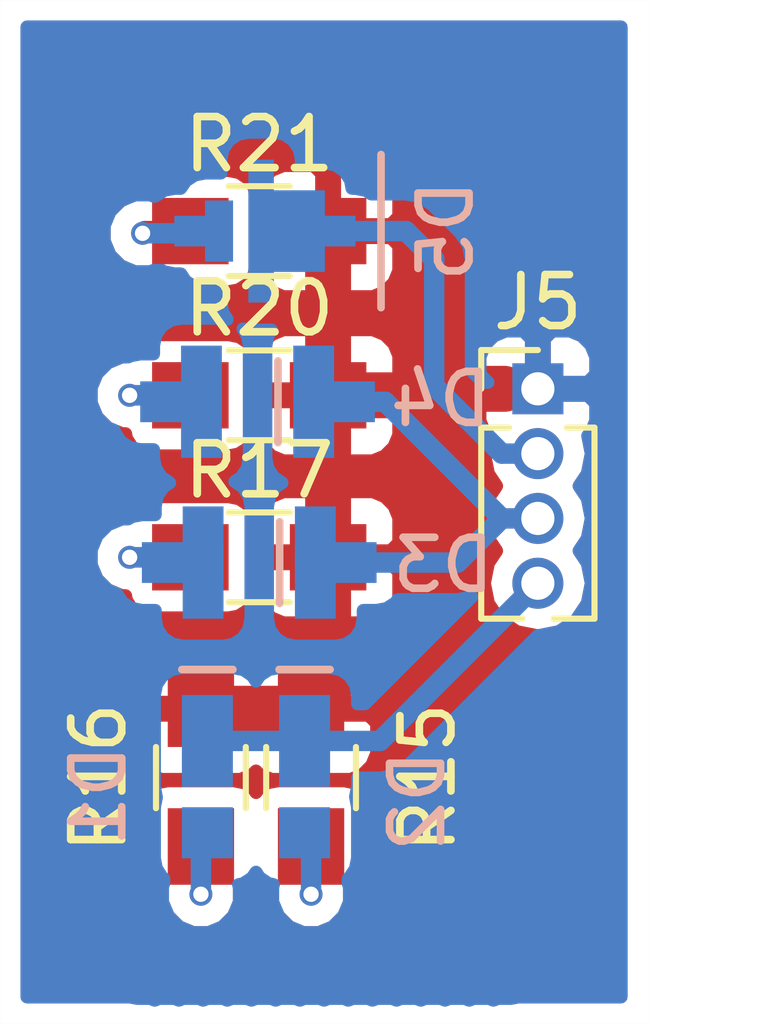
<source format=kicad_pcb>
(kicad_pcb (version 4) (host pcbnew 4.0.7-e2-6376~58~ubuntu16.04.1)

  (general
    (links 157)
    (no_connects 27)
    (area 89.546999 86.140179 185.410001 129.992299)
    (thickness 1.6)
    (drawings 6)
    (tracks 43)
    (zones 0)
    (modules 11)
    (nets 10)
  )

  (page A4)
  (layers
    (0 F.Cu signal)
    (31 B.Cu signal)
    (32 B.Adhes user)
    (33 F.Adhes user)
    (34 B.Paste user)
    (35 F.Paste user)
    (36 B.SilkS user)
    (37 F.SilkS user)
    (38 B.Mask user)
    (39 F.Mask user)
    (40 Dwgs.User user)
    (41 Cmts.User user)
    (42 Eco1.User user)
    (43 Eco2.User user)
    (44 Edge.Cuts user)
    (45 Margin user)
    (46 B.CrtYd user)
    (47 F.CrtYd user)
    (48 B.Fab user)
    (49 F.Fab user)
  )

  (setup
    (last_trace_width 0.4)
    (trace_clearance 0.25)
    (zone_clearance 0.4)
    (zone_45_only no)
    (trace_min 0.2)
    (segment_width 0.2)
    (edge_width 0.001)
    (via_size 0.45)
    (via_drill 0.3)
    (via_min_size 0.45)
    (via_min_drill 0.3)
    (uvia_size 0.45)
    (uvia_drill 0.3)
    (uvias_allowed no)
    (uvia_min_size 0.45)
    (uvia_min_drill 0.3)
    (pcb_text_width 0.3)
    (pcb_text_size 1.5 1.5)
    (mod_edge_width 0.15)
    (mod_text_size 1 1)
    (mod_text_width 0.15)
    (pad_size 3 3)
    (pad_drill 2.75)
    (pad_to_mask_clearance 0.2)
    (aux_axis_origin 80.391 137.922)
    (grid_origin 89.781 127.48068)
    (visible_elements FFFFFF7F)
    (pcbplotparams
      (layerselection 0x010fc_80000001)
      (usegerberextensions false)
      (excludeedgelayer true)
      (linewidth 0.100000)
      (plotframeref true)
      (viasonmask false)
      (mode 1)
      (useauxorigin false)
      (hpglpennumber 1)
      (hpglpenspeed 20)
      (hpglpendiameter 15)
      (hpglpenoverlay 2)
      (psnegative false)
      (psa4output false)
      (plotreference true)
      (plotvalue false)
      (plotinvisibletext false)
      (padsonsilk false)
      (subtractmaskfromsilk false)
      (outputformat 1)
      (mirror false)
      (drillshape 0)
      (scaleselection 1)
      (outputdirectory production))
  )

  (net 0 "")
  (net 1 +5V)
  (net 2 "Net-(D1-Pad2)")
  (net 3 "Net-(D3-Pad2)")
  (net 4 "Net-(D5-Pad2)")
  (net 5 /LED1)
  (net 6 "Net-(D2-Pad2)")
  (net 7 /LED2)
  (net 8 "Net-(D4-Pad2)")
  (net 9 /LED3)

  (net_class Default "Dies ist die voreingestellte Netzklasse."
    (clearance 0.25)
    (trace_width 0.4)
    (via_dia 0.45)
    (via_drill 0.3)
    (uvia_dia 0.45)
    (uvia_drill 0.3)
    (add_net /LED1)
    (add_net /LED1_PWM)
    (add_net /LED2)
    (add_net /LED2_PWM)
    (add_net /LED3)
    (add_net /LED3_PWM)
    (add_net /SENSOR_CLK)
    (add_net /SENSOR_START)
    (add_net /SENSOR_TRIG)
    (add_net /SENSOR_VIDEO)
    (add_net /USB_DM)
    (add_net /USB_DP)
    (add_net "Net-(D1-Pad2)")
    (add_net "Net-(D2-Pad2)")
    (add_net "Net-(D3-Pad2)")
    (add_net "Net-(D4-Pad2)")
    (add_net "Net-(D5-Pad2)")
    (add_net "Net-(J3-Pad4)")
    (add_net "Net-(Q1-Pad2)")
    (add_net "Net-(Q1-Pad4)")
    (add_net "Net-(Q2-Pad2)")
    (add_net "Net-(Q2-Pad3)")
    (add_net "Net-(Q2-Pad4)")
    (add_net "Net-(Q2-Pad5)")
    (add_net "Net-(Q2-Pad6)")
    (add_net "Net-(R10-Pad2)")
    (add_net "Net-(R11-Pad2)")
    (add_net "Net-(R3-Pad2)")
    (add_net "Net-(R5-Pad1)")
    (add_net "Net-(R5-Pad2)")
    (add_net "Net-(R7-Pad2)")
    (add_net "Net-(R8-Pad1)")
    (add_net "Net-(R8-Pad2)")
    (add_net "Net-(U1-Pad2)")
    (add_net "Net-(U3-Pad1)")
    (add_net "Net-(U3-Pad10)")
    (add_net "Net-(U3-Pad11)")
    (add_net "Net-(U3-Pad12)")
    (add_net "Net-(U3-Pad14)")
    (add_net "Net-(U3-Pad15)")
    (add_net "Net-(U3-Pad16)")
    (add_net "Net-(U3-Pad17)")
    (add_net "Net-(U3-Pad18)")
    (add_net "Net-(U3-Pad19)")
    (add_net "Net-(U3-Pad2)")
    (add_net "Net-(U3-Pad22)")
    (add_net "Net-(U3-Pad28)")
    (add_net "Net-(U3-Pad30)")
    (add_net "Net-(U3-Pad4)")
    (add_net "Net-(U3-Pad6)")
    (add_net "Net-(U3-Pad9)")
    (add_net "Net-(U4-Pad10)")
    (add_net "Net-(U4-Pad11)")
    (add_net "Net-(U4-Pad12)")
    (add_net "Net-(U4-Pad13)")
    (add_net "Net-(U4-Pad3)")
    (add_net "Net-(U4-Pad4)")
  )

  (net_class PWR ""
    (clearance 0.25)
    (trace_width 0.9)
    (via_dia 1)
    (via_drill 0.6)
    (uvia_dia 0.45)
    (uvia_drill 0.3)
    (add_net +5V)
    (add_net GND)
    (add_net VDD)
  )

  (net_class Small ""
    (clearance 0.25)
    (trace_width 0.3)
    (via_dia 0.45)
    (via_drill 0.3)
    (uvia_dia 0.45)
    (uvia_drill 0.3)
    (add_net /SCL)
    (add_net /SDA)
    (add_net /VIDEO_OUT)
    (add_net "Net-(C6-Pad1)")
    (add_net "Net-(C6-Pad2)")
    (add_net "Net-(R2-Pad2)")
  )

  (module gw-jclps2:GW-JCLPS2.CM (layer B.Cu) (tedit 5B004C13) (tstamp 5B16EE46)
    (at 93.845 101.76168 270)
    (path /5B15E5D0)
    (fp_text reference D1 (at -0.0254 2.1336 270) (layer B.SilkS)
      (effects (font (size 1 1) (thickness 0.15)) (justify mirror))
    )
    (fp_text value LED (at 0 2.54 270) (layer B.Fab)
      (effects (font (size 1 1) (thickness 0.15)) (justify mirror))
    )
    (fp_line (start -2.5 0.5) (end -2.5 -0.5) (layer B.SilkS) (width 0.15))
    (pad 1 smd rect (at -1.1 0 270) (size 1.8 1) (layers B.Cu B.Paste B.Mask)
      (net 5 /LED1))
    (pad 2 smd rect (at 0.7 0 270) (size 1 1) (layers B.Cu B.Paste B.Mask)
      (net 2 "Net-(D1-Pad2)"))
  )

  (module gw-jclps2:GW-JCLPS2.CM (layer B.Cu) (tedit 5B004C13) (tstamp 5B16EE4C)
    (at 95.75 101.76168 270)
    (path /5B15E6A3)
    (fp_text reference D2 (at 0.0762 -2.2098 270) (layer B.SilkS)
      (effects (font (size 1 1) (thickness 0.15)) (justify mirror))
    )
    (fp_text value LED (at 0 2.54 270) (layer B.Fab)
      (effects (font (size 1 1) (thickness 0.15)) (justify mirror))
    )
    (fp_line (start -2.5 0.5) (end -2.5 -0.5) (layer B.SilkS) (width 0.15))
    (pad 1 smd rect (at -1.1 0 270) (size 1.8 1) (layers B.Cu B.Paste B.Mask)
      (net 5 /LED1))
    (pad 2 smd rect (at 0.7 0 270) (size 1 1) (layers B.Cu B.Paste B.Mask)
      (net 6 "Net-(D2-Pad2)"))
  )

  (module sfh4776:SFH4776_footprint (layer B.Cu) (tedit 5ADE1E1C) (tstamp 5B16EE61)
    (at 95.148214 90.669572 90)
    (path /5B15E84C)
    (fp_text reference D5 (at 0.007692 3.370386 90) (layer B.SilkS)
      (effects (font (size 1 1) (thickness 0.15)) (justify mirror))
    )
    (fp_text value LED (at -6.35 0 90) (layer B.Fab)
      (effects (font (size 1 1) (thickness 0.15)) (justify mirror))
    )
    (fp_line (start 1.5 2.1) (end -1.5 2.1) (layer B.SilkS) (width 0.15))
    (pad 1 smd rect (at 0 1.25 90) (size 0.6 0.7) (layers B.Cu B.Paste B.Mask)
      (net 9 /LED3))
    (pad 1 smd rect (at 0 0.45 90) (size 1.6 1.1) (layers B.Cu B.Paste B.Mask)
      (net 9 /LED3))
    (pad 1 smd rect (at 0 -0.25 90) (size 2.8 0.5) (layers B.Cu B.Paste B.Mask)
      (net 9 /LED3))
    (pad 2 smd rect (at 0 -1.075 90) (size 1.2 0.55) (layers B.Cu B.Paste B.Mask)
      (net 4 "Net-(D5-Pad2)"))
    (pad 2 smd rect (at 0 -1.6 90) (size 0.6 0.7) (layers B.Cu B.Paste B.Mask)
      (net 4 "Net-(D5-Pad2)"))
  )

  (module Resistors_SMD:R_0805_HandSoldering (layer F.Cu) (tedit 58E0A804) (tstamp 5B17FDC7)
    (at 95.877 101.38068 90)
    (descr "Resistor SMD 0805, hand soldering")
    (tags "resistor 0805")
    (path /5B19D6FF)
    (attr smd)
    (fp_text reference R15 (at 0 2.286 90) (layer F.SilkS)
      (effects (font (size 1 1) (thickness 0.15)))
    )
    (fp_text value R (at 0 1.75 90) (layer F.Fab)
      (effects (font (size 1 1) (thickness 0.15)))
    )
    (fp_text user %R (at 0 0 90) (layer F.Fab)
      (effects (font (size 0.5 0.5) (thickness 0.075)))
    )
    (fp_line (start -1 0.62) (end -1 -0.62) (layer F.Fab) (width 0.1))
    (fp_line (start 1 0.62) (end -1 0.62) (layer F.Fab) (width 0.1))
    (fp_line (start 1 -0.62) (end 1 0.62) (layer F.Fab) (width 0.1))
    (fp_line (start -1 -0.62) (end 1 -0.62) (layer F.Fab) (width 0.1))
    (fp_line (start 0.6 0.88) (end -0.6 0.88) (layer F.SilkS) (width 0.12))
    (fp_line (start -0.6 -0.88) (end 0.6 -0.88) (layer F.SilkS) (width 0.12))
    (fp_line (start -2.35 -0.9) (end 2.35 -0.9) (layer F.CrtYd) (width 0.05))
    (fp_line (start -2.35 -0.9) (end -2.35 0.9) (layer F.CrtYd) (width 0.05))
    (fp_line (start 2.35 0.9) (end 2.35 -0.9) (layer F.CrtYd) (width 0.05))
    (fp_line (start 2.35 0.9) (end -2.35 0.9) (layer F.CrtYd) (width 0.05))
    (pad 1 smd rect (at -1.35 0 90) (size 1.5 1.3) (layers F.Cu F.Paste F.Mask)
      (net 6 "Net-(D2-Pad2)"))
    (pad 2 smd rect (at 1.35 0 90) (size 1.5 1.3) (layers F.Cu F.Paste F.Mask)
      (net 1 +5V))
    (model ${KISYS3DMOD}/Resistors_SMD.3dshapes/R_0805.wrl
      (at (xyz 0 0 0))
      (scale (xyz 1 1 1))
      (rotate (xyz 0 0 0))
    )
  )

  (module Resistors_SMD:R_0805_HandSoldering (layer F.Cu) (tedit 58E0A804) (tstamp 5B17FDD8)
    (at 93.718 101.38068 90)
    (descr "Resistor SMD 0805, hand soldering")
    (tags "resistor 0805")
    (path /5B17E95E)
    (attr smd)
    (fp_text reference R16 (at 0 -2.0066 90) (layer F.SilkS)
      (effects (font (size 1 1) (thickness 0.15)))
    )
    (fp_text value R (at 0 1.75 90) (layer F.Fab)
      (effects (font (size 1 1) (thickness 0.15)))
    )
    (fp_text user %R (at 0 0 90) (layer F.Fab)
      (effects (font (size 0.5 0.5) (thickness 0.075)))
    )
    (fp_line (start -1 0.62) (end -1 -0.62) (layer F.Fab) (width 0.1))
    (fp_line (start 1 0.62) (end -1 0.62) (layer F.Fab) (width 0.1))
    (fp_line (start 1 -0.62) (end 1 0.62) (layer F.Fab) (width 0.1))
    (fp_line (start -1 -0.62) (end 1 -0.62) (layer F.Fab) (width 0.1))
    (fp_line (start 0.6 0.88) (end -0.6 0.88) (layer F.SilkS) (width 0.12))
    (fp_line (start -0.6 -0.88) (end 0.6 -0.88) (layer F.SilkS) (width 0.12))
    (fp_line (start -2.35 -0.9) (end 2.35 -0.9) (layer F.CrtYd) (width 0.05))
    (fp_line (start -2.35 -0.9) (end -2.35 0.9) (layer F.CrtYd) (width 0.05))
    (fp_line (start 2.35 0.9) (end 2.35 -0.9) (layer F.CrtYd) (width 0.05))
    (fp_line (start 2.35 0.9) (end -2.35 0.9) (layer F.CrtYd) (width 0.05))
    (pad 1 smd rect (at -1.35 0 90) (size 1.5 1.3) (layers F.Cu F.Paste F.Mask)
      (net 2 "Net-(D1-Pad2)"))
    (pad 2 smd rect (at 1.35 0 90) (size 1.5 1.3) (layers F.Cu F.Paste F.Mask)
      (net 1 +5V))
    (model ${KISYS3DMOD}/Resistors_SMD.3dshapes/R_0805.wrl
      (at (xyz 0 0 0))
      (scale (xyz 1 1 1))
      (rotate (xyz 0 0 0))
    )
  )

  (module Resistors_SMD:R_0805_HandSoldering (layer F.Cu) (tedit 58E0A804) (tstamp 5B17FDE9)
    (at 94.861 97.06268)
    (descr "Resistor SMD 0805, hand soldering")
    (tags "resistor 0805")
    (path /5B19D7C1)
    (attr smd)
    (fp_text reference R17 (at 0 -1.7) (layer F.SilkS)
      (effects (font (size 1 1) (thickness 0.15)))
    )
    (fp_text value R (at 0 1.75) (layer F.Fab)
      (effects (font (size 1 1) (thickness 0.15)))
    )
    (fp_text user %R (at 0 0) (layer F.Fab)
      (effects (font (size 0.5 0.5) (thickness 0.075)))
    )
    (fp_line (start -1 0.62) (end -1 -0.62) (layer F.Fab) (width 0.1))
    (fp_line (start 1 0.62) (end -1 0.62) (layer F.Fab) (width 0.1))
    (fp_line (start 1 -0.62) (end 1 0.62) (layer F.Fab) (width 0.1))
    (fp_line (start -1 -0.62) (end 1 -0.62) (layer F.Fab) (width 0.1))
    (fp_line (start 0.6 0.88) (end -0.6 0.88) (layer F.SilkS) (width 0.12))
    (fp_line (start -0.6 -0.88) (end 0.6 -0.88) (layer F.SilkS) (width 0.12))
    (fp_line (start -2.35 -0.9) (end 2.35 -0.9) (layer F.CrtYd) (width 0.05))
    (fp_line (start -2.35 -0.9) (end -2.35 0.9) (layer F.CrtYd) (width 0.05))
    (fp_line (start 2.35 0.9) (end 2.35 -0.9) (layer F.CrtYd) (width 0.05))
    (fp_line (start 2.35 0.9) (end -2.35 0.9) (layer F.CrtYd) (width 0.05))
    (pad 1 smd rect (at -1.35 0) (size 1.5 1.3) (layers F.Cu F.Paste F.Mask)
      (net 3 "Net-(D3-Pad2)"))
    (pad 2 smd rect (at 1.35 0) (size 1.5 1.3) (layers F.Cu F.Paste F.Mask)
      (net 1 +5V))
    (model ${KISYS3DMOD}/Resistors_SMD.3dshapes/R_0805.wrl
      (at (xyz 0 0 0))
      (scale (xyz 1 1 1))
      (rotate (xyz 0 0 0))
    )
  )

  (module led-ocu-400:LED-OCU-400 (layer B.Cu) (tedit 5B19586E) (tstamp 5B186248)
    (at 94.861 97.16568)
    (path /5B15E715)
    (fp_text reference D3 (at 3.6068 0.0494) (layer B.SilkS)
      (effects (font (size 1 1) (thickness 0.15)) (justify mirror))
    )
    (fp_text value LED (at 0 5.08) (layer B.Fab)
      (effects (font (size 1 1) (thickness 0.15)) (justify mirror))
    )
    (fp_line (start 0.4 0.8) (end 0.4 -0.8) (layer B.SilkS) (width 0.15))
    (pad 1 smd rect (at 1.5 0) (size 1.6 0.8) (layers B.Cu B.Paste B.Mask)
      (net 7 /LED2))
    (pad 1 smd rect (at 1.1 0) (size 0.8 2.2) (layers B.Cu B.Paste B.Mask)
      (net 7 /LED2))
    (pad 2 smd rect (at -1.1 0 180) (size 0.8 2.2) (layers B.Cu B.Paste B.Mask)
      (net 3 "Net-(D3-Pad2)"))
    (pad 2 smd rect (at -1.5 0 180) (size 1.6 0.8) (layers B.Cu B.Paste B.Mask)
      (net 3 "Net-(D3-Pad2)"))
  )

  (module led-ocu-400:LED-OCU-400 (layer B.Cu) (tedit 5B19586E) (tstamp 5B186250)
    (at 94.828501 94.01468)
    (path /5B15E784)
    (fp_text reference D4 (at 3.588499 -0.0508) (layer B.SilkS)
      (effects (font (size 1 1) (thickness 0.15)) (justify mirror))
    )
    (fp_text value LED (at 0 5.08) (layer B.Fab)
      (effects (font (size 1 1) (thickness 0.15)) (justify mirror))
    )
    (fp_line (start 0.4 0.8) (end 0.4 -0.8) (layer B.SilkS) (width 0.15))
    (pad 1 smd rect (at 1.5 0) (size 1.6 0.8) (layers B.Cu B.Paste B.Mask)
      (net 7 /LED2))
    (pad 1 smd rect (at 1.1 0) (size 0.8 2.2) (layers B.Cu B.Paste B.Mask)
      (net 7 /LED2))
    (pad 2 smd rect (at -1.1 0 180) (size 0.8 2.2) (layers B.Cu B.Paste B.Mask)
      (net 8 "Net-(D4-Pad2)"))
    (pad 2 smd rect (at -1.5 0 180) (size 1.6 0.8) (layers B.Cu B.Paste B.Mask)
      (net 8 "Net-(D4-Pad2)"))
  )

  (module Resistors_SMD:R_0805_HandSoldering (layer F.Cu) (tedit 58E0A804) (tstamp 5B19123E)
    (at 94.861 93.88768)
    (descr "Resistor SMD 0805, hand soldering")
    (tags "resistor 0805")
    (path /5B19D884)
    (attr smd)
    (fp_text reference R20 (at 0 -1.7) (layer F.SilkS)
      (effects (font (size 1 1) (thickness 0.15)))
    )
    (fp_text value R (at 0 1.75) (layer F.Fab)
      (effects (font (size 1 1) (thickness 0.15)))
    )
    (fp_text user %R (at 0 0) (layer F.Fab)
      (effects (font (size 0.5 0.5) (thickness 0.075)))
    )
    (fp_line (start -1 0.62) (end -1 -0.62) (layer F.Fab) (width 0.1))
    (fp_line (start 1 0.62) (end -1 0.62) (layer F.Fab) (width 0.1))
    (fp_line (start 1 -0.62) (end 1 0.62) (layer F.Fab) (width 0.1))
    (fp_line (start -1 -0.62) (end 1 -0.62) (layer F.Fab) (width 0.1))
    (fp_line (start 0.6 0.88) (end -0.6 0.88) (layer F.SilkS) (width 0.12))
    (fp_line (start -0.6 -0.88) (end 0.6 -0.88) (layer F.SilkS) (width 0.12))
    (fp_line (start -2.35 -0.9) (end 2.35 -0.9) (layer F.CrtYd) (width 0.05))
    (fp_line (start -2.35 -0.9) (end -2.35 0.9) (layer F.CrtYd) (width 0.05))
    (fp_line (start 2.35 0.9) (end 2.35 -0.9) (layer F.CrtYd) (width 0.05))
    (fp_line (start 2.35 0.9) (end -2.35 0.9) (layer F.CrtYd) (width 0.05))
    (pad 1 smd rect (at -1.35 0) (size 1.5 1.3) (layers F.Cu F.Paste F.Mask)
      (net 8 "Net-(D4-Pad2)"))
    (pad 2 smd rect (at 1.35 0) (size 1.5 1.3) (layers F.Cu F.Paste F.Mask)
      (net 1 +5V))
    (model ${KISYS3DMOD}/Resistors_SMD.3dshapes/R_0805.wrl
      (at (xyz 0 0 0))
      (scale (xyz 1 1 1))
      (rotate (xyz 0 0 0))
    )
  )

  (module Resistors_SMD:R_0805_HandSoldering (layer F.Cu) (tedit 58E0A804) (tstamp 5B191244)
    (at 94.861 90.669572)
    (descr "Resistor SMD 0805, hand soldering")
    (tags "resistor 0805")
    (path /5B19D948)
    (attr smd)
    (fp_text reference R21 (at 0 -1.7) (layer F.SilkS)
      (effects (font (size 1 1) (thickness 0.15)))
    )
    (fp_text value R (at 0 1.75) (layer F.Fab)
      (effects (font (size 1 1) (thickness 0.15)))
    )
    (fp_text user %R (at 0 0) (layer F.Fab)
      (effects (font (size 0.5 0.5) (thickness 0.075)))
    )
    (fp_line (start -1 0.62) (end -1 -0.62) (layer F.Fab) (width 0.1))
    (fp_line (start 1 0.62) (end -1 0.62) (layer F.Fab) (width 0.1))
    (fp_line (start 1 -0.62) (end 1 0.62) (layer F.Fab) (width 0.1))
    (fp_line (start -1 -0.62) (end 1 -0.62) (layer F.Fab) (width 0.1))
    (fp_line (start 0.6 0.88) (end -0.6 0.88) (layer F.SilkS) (width 0.12))
    (fp_line (start -0.6 -0.88) (end 0.6 -0.88) (layer F.SilkS) (width 0.12))
    (fp_line (start -2.35 -0.9) (end 2.35 -0.9) (layer F.CrtYd) (width 0.05))
    (fp_line (start -2.35 -0.9) (end -2.35 0.9) (layer F.CrtYd) (width 0.05))
    (fp_line (start 2.35 0.9) (end 2.35 -0.9) (layer F.CrtYd) (width 0.05))
    (fp_line (start 2.35 0.9) (end -2.35 0.9) (layer F.CrtYd) (width 0.05))
    (pad 1 smd rect (at -1.35 0) (size 1.5 1.3) (layers F.Cu F.Paste F.Mask)
      (net 4 "Net-(D5-Pad2)"))
    (pad 2 smd rect (at 1.35 0) (size 1.5 1.3) (layers F.Cu F.Paste F.Mask)
      (net 1 +5V))
    (model ${KISYS3DMOD}/Resistors_SMD.3dshapes/R_0805.wrl
      (at (xyz 0 0 0))
      (scale (xyz 1 1 1))
      (rotate (xyz 0 0 0))
    )
  )

  (module Pin_Headers:Pin_Header_Straight_1x04_Pitch1.27mm (layer F.Cu) (tedit 59650535) (tstamp 5B191362)
    (at 100.322 93.76068)
    (descr "Through hole straight pin header, 1x04, 1.27mm pitch, single row")
    (tags "Through hole pin header THT 1x04 1.27mm single row")
    (path /5B19ABD0)
    (fp_text reference J5 (at 0 -1.695) (layer F.SilkS)
      (effects (font (size 1 1) (thickness 0.15)))
    )
    (fp_text value Conn_01x04 (at 0 5.505) (layer F.Fab)
      (effects (font (size 1 1) (thickness 0.15)))
    )
    (fp_line (start -0.525 -0.635) (end 1.05 -0.635) (layer F.Fab) (width 0.1))
    (fp_line (start 1.05 -0.635) (end 1.05 4.445) (layer F.Fab) (width 0.1))
    (fp_line (start 1.05 4.445) (end -1.05 4.445) (layer F.Fab) (width 0.1))
    (fp_line (start -1.05 4.445) (end -1.05 -0.11) (layer F.Fab) (width 0.1))
    (fp_line (start -1.05 -0.11) (end -0.525 -0.635) (layer F.Fab) (width 0.1))
    (fp_line (start -1.11 4.505) (end -0.30753 4.505) (layer F.SilkS) (width 0.12))
    (fp_line (start 0.30753 4.505) (end 1.11 4.505) (layer F.SilkS) (width 0.12))
    (fp_line (start -1.11 0.76) (end -1.11 4.505) (layer F.SilkS) (width 0.12))
    (fp_line (start 1.11 0.76) (end 1.11 4.505) (layer F.SilkS) (width 0.12))
    (fp_line (start -1.11 0.76) (end -0.563471 0.76) (layer F.SilkS) (width 0.12))
    (fp_line (start 0.563471 0.76) (end 1.11 0.76) (layer F.SilkS) (width 0.12))
    (fp_line (start -1.11 0) (end -1.11 -0.76) (layer F.SilkS) (width 0.12))
    (fp_line (start -1.11 -0.76) (end 0 -0.76) (layer F.SilkS) (width 0.12))
    (fp_line (start -1.55 -1.15) (end -1.55 4.95) (layer F.CrtYd) (width 0.05))
    (fp_line (start -1.55 4.95) (end 1.55 4.95) (layer F.CrtYd) (width 0.05))
    (fp_line (start 1.55 4.95) (end 1.55 -1.15) (layer F.CrtYd) (width 0.05))
    (fp_line (start 1.55 -1.15) (end -1.55 -1.15) (layer F.CrtYd) (width 0.05))
    (fp_text user %R (at 0 1.905 90) (layer F.Fab)
      (effects (font (size 1 1) (thickness 0.15)))
    )
    (pad 1 thru_hole rect (at 0 0) (size 1 1) (drill 0.65) (layers *.Cu *.Mask)
      (net 1 +5V))
    (pad 2 thru_hole oval (at 0 1.27) (size 1 1) (drill 0.65) (layers *.Cu *.Mask)
      (net 9 /LED3))
    (pad 3 thru_hole oval (at 0 2.54) (size 1 1) (drill 0.65) (layers *.Cu *.Mask)
      (net 7 /LED2))
    (pad 4 thru_hole oval (at 0 3.81) (size 1 1) (drill 0.65) (layers *.Cu *.Mask)
      (net 5 /LED1))
    (model ${KISYS3DMOD}/Pin_Headers.3dshapes/Pin_Header_Straight_1x04_Pitch1.27mm.wrl
      (at (xyz 0 0 0))
      (scale (xyz 1 1 1))
      (rotate (xyz 0 0 0))
    )
  )

  (gr_line (start 99.941 106.20668) (end 92.321 106.20668) (layer Edge.Cuts) (width 0.001))
  (gr_line (start 89.781 106.20668) (end 92.321 106.20668) (layer Edge.Cuts) (width 0.001))
  (gr_line (start 102.481 106.20668) (end 99.941 106.20668) (layer Edge.Cuts) (width 0.001))
  (gr_line (start 102.481 86.14068) (end 102.481 106.20668) (layer Edge.Cuts) (width 0.001))
  (gr_line (start 89.781 86.14068) (end 102.481 86.14068) (layer Edge.Cuts) (width 0.001))
  (gr_line (start 89.781 106.20668) (end 89.781 86.14068) (layer Edge.Cuts) (width 0.001))

  (segment (start 100.322 93.76068) (end 99.667998 93.76068) (width 0.8) (layer F.Cu) (net 1))
  (segment (start 96.211 93.88768) (end 97.861 93.88768) (width 0.9) (layer F.Cu) (net 1))
  (segment (start 97.861 93.88768) (end 97.988 93.76068) (width 0.9) (layer F.Cu) (net 1))
  (segment (start 97.988 93.76068) (end 99.667998 93.76068) (width 0.9) (layer F.Cu) (net 1))
  (segment (start 95.877 100.03068) (end 93.718 100.03068) (width 0.9) (layer F.Cu) (net 1))
  (segment (start 96.211 97.06268) (end 96.211 99.69668) (width 0.9) (layer F.Cu) (net 1))
  (segment (start 96.211 99.69668) (end 95.877 100.03068) (width 0.9) (layer F.Cu) (net 1))
  (segment (start 96.211 93.88768) (end 96.211 97.06268) (width 0.9) (layer F.Cu) (net 1))
  (segment (start 96.211 90.669572) (end 96.211 93.88768) (width 0.9) (layer F.Cu) (net 1))
  (segment (start 93.718 103.66668) (end 93.718 102.58868) (width 0.4) (layer B.Cu) (net 2))
  (segment (start 93.718 102.58868) (end 93.845 102.46168) (width 0.4) (layer B.Cu) (net 2))
  (segment (start 93.718 102.73068) (end 93.718 103.66668) (width 0.4) (layer F.Cu) (net 2))
  (via (at 93.718 103.66668) (size 0.45) (drill 0.3) (layers F.Cu B.Cu) (net 2))
  (segment (start 92.321 97.06268) (end 93.258 97.06268) (width 0.4) (layer B.Cu) (net 3))
  (segment (start 93.258 97.06268) (end 93.361 97.16568) (width 0.4) (layer B.Cu) (net 3))
  (segment (start 93.511 97.06268) (end 92.321 97.06268) (width 0.4) (layer F.Cu) (net 3))
  (via (at 92.321 97.06268) (size 0.45) (drill 0.3) (layers F.Cu B.Cu) (net 3))
  (segment (start 92.575 90.71268) (end 94.030106 90.71268) (width 0.4) (layer B.Cu) (net 4))
  (segment (start 94.030106 90.71268) (end 94.073214 90.669572) (width 0.4) (layer B.Cu) (net 4))
  (segment (start 93.511 90.669572) (end 92.618108 90.669572) (width 0.4) (layer F.Cu) (net 4))
  (segment (start 92.618108 90.669572) (end 92.575 90.71268) (width 0.4) (layer F.Cu) (net 4))
  (via (at 92.575 90.71268) (size 0.45) (drill 0.3) (layers F.Cu B.Cu) (net 4))
  (segment (start 95.75 100.66168) (end 93.845 100.66168) (width 0.4) (layer B.Cu) (net 5))
  (segment (start 100.322 97.57068) (end 97.231 100.66168) (width 0.4) (layer B.Cu) (net 5))
  (segment (start 97.231 100.66168) (end 95.75 100.66168) (width 0.4) (layer B.Cu) (net 5))
  (segment (start 95.877 103.66668) (end 95.877 102.58868) (width 0.4) (layer B.Cu) (net 6))
  (segment (start 95.877 102.58868) (end 95.75 102.46168) (width 0.4) (layer B.Cu) (net 6))
  (segment (start 95.877 102.73068) (end 95.877 103.66668) (width 0.4) (layer F.Cu) (net 6))
  (via (at 95.877 103.66668) (size 0.45) (drill 0.3) (layers F.Cu B.Cu) (net 6))
  (segment (start 99.614894 96.30068) (end 98.749894 97.16568) (width 0.4) (layer B.Cu) (net 7))
  (segment (start 98.749894 97.16568) (end 95.961 97.16568) (width 0.4) (layer B.Cu) (net 7))
  (segment (start 97.328894 94.01468) (end 95.928501 94.01468) (width 0.4) (layer B.Cu) (net 7))
  (segment (start 100.322 96.30068) (end 99.614894 96.30068) (width 0.4) (layer B.Cu) (net 7))
  (segment (start 99.614894 96.30068) (end 97.328894 94.01468) (width 0.4) (layer B.Cu) (net 7))
  (segment (start 92.321 93.88768) (end 93.201501 93.88768) (width 0.4) (layer B.Cu) (net 8))
  (segment (start 93.201501 93.88768) (end 93.328501 94.01468) (width 0.4) (layer B.Cu) (net 8))
  (segment (start 93.511 93.88768) (end 92.321 93.88768) (width 0.4) (layer F.Cu) (net 8))
  (via (at 92.321 93.88768) (size 0.45) (drill 0.3) (layers F.Cu B.Cu) (net 8))
  (segment (start 98.29 91.22068) (end 97.738892 90.669572) (width 0.4) (layer B.Cu) (net 9))
  (segment (start 97.738892 90.669572) (end 94.898214 90.669572) (width 0.4) (layer B.Cu) (net 9))
  (segment (start 98.29 93.705786) (end 98.29 91.22068) (width 0.4) (layer B.Cu) (net 9))
  (segment (start 100.322 95.03068) (end 99.614894 95.03068) (width 0.4) (layer B.Cu) (net 9))
  (segment (start 99.614894 95.03068) (end 98.29 93.705786) (width 0.4) (layer B.Cu) (net 9))

  (zone (net 1) (net_name +5V) (layer F.Cu) (tstamp 0) (hatch edge 0.508)
    (connect_pads (clearance 0.4))
    (min_thickness 0.254)
    (fill yes (arc_segments 16) (thermal_gap 0.508) (thermal_bridge_width 0.508))
    (polygon
      (pts
        (xy 89.781 106.20668) (xy 102.481 106.20668) (xy 102.481 86.14068) (xy 89.781 86.14068)
      )
    )
    (filled_polygon
      (pts
        (xy 101.9535 105.67918) (xy 99.941 105.67918) (xy 99.920891 105.68318) (xy 92.341109 105.68318) (xy 92.321 105.67918)
        (xy 90.3085 105.67918) (xy 90.3085 101.98068) (xy 92.530676 101.98068) (xy 92.530676 103.48068) (xy 92.567423 103.675974)
        (xy 92.682842 103.85534) (xy 92.858951 103.97567) (xy 93.047809 104.013915) (xy 93.080113 104.092098) (xy 93.29147 104.303823)
        (xy 93.567762 104.41855) (xy 93.866926 104.418811) (xy 94.143418 104.304567) (xy 94.355143 104.09321) (xy 94.387928 104.014254)
        (xy 94.563294 103.981257) (xy 94.74266 103.865838) (xy 94.797217 103.785991) (xy 94.841842 103.85534) (xy 95.017951 103.97567)
        (xy 95.206809 104.013915) (xy 95.239113 104.092098) (xy 95.45047 104.303823) (xy 95.726762 104.41855) (xy 96.025926 104.418811)
        (xy 96.302418 104.304567) (xy 96.514143 104.09321) (xy 96.546928 104.014254) (xy 96.722294 103.981257) (xy 96.90166 103.865838)
        (xy 97.02199 103.689729) (xy 97.064324 103.48068) (xy 97.064324 101.98068) (xy 97.027577 101.785386) (xy 96.912158 101.60602)
        (xy 96.736049 101.48569) (xy 96.527 101.443356) (xy 95.227 101.443356) (xy 95.031706 101.480103) (xy 94.85234 101.595522)
        (xy 94.797783 101.675369) (xy 94.753158 101.60602) (xy 94.577049 101.48569) (xy 94.368 101.443356) (xy 93.068 101.443356)
        (xy 92.872706 101.480103) (xy 92.69334 101.595522) (xy 92.57301 101.771631) (xy 92.530676 101.98068) (xy 90.3085 101.98068)
        (xy 90.3085 100.31643) (xy 92.433 100.31643) (xy 92.433 100.906989) (xy 92.529673 101.140378) (xy 92.708301 101.319007)
        (xy 92.94169 101.41568) (xy 93.43225 101.41568) (xy 93.591 101.25693) (xy 93.591 100.15768) (xy 93.845 100.15768)
        (xy 93.845 101.25693) (xy 94.00375 101.41568) (xy 94.49431 101.41568) (xy 94.727699 101.319007) (xy 94.7975 101.249206)
        (xy 94.867301 101.319007) (xy 95.10069 101.41568) (xy 95.59125 101.41568) (xy 95.75 101.25693) (xy 95.75 100.15768)
        (xy 96.004 100.15768) (xy 96.004 101.25693) (xy 96.16275 101.41568) (xy 96.65331 101.41568) (xy 96.886699 101.319007)
        (xy 97.065327 101.140378) (xy 97.162 100.906989) (xy 97.162 100.31643) (xy 97.00325 100.15768) (xy 96.004 100.15768)
        (xy 95.75 100.15768) (xy 93.845 100.15768) (xy 93.591 100.15768) (xy 92.59175 100.15768) (xy 92.433 100.31643)
        (xy 90.3085 100.31643) (xy 90.3085 99.154371) (xy 92.433 99.154371) (xy 92.433 99.74493) (xy 92.59175 99.90368)
        (xy 93.591 99.90368) (xy 93.591 98.80443) (xy 93.845 98.80443) (xy 93.845 99.90368) (xy 95.75 99.90368)
        (xy 95.75 98.80443) (xy 96.004 98.80443) (xy 96.004 99.90368) (xy 97.00325 99.90368) (xy 97.162 99.74493)
        (xy 97.162 99.154371) (xy 97.065327 98.920982) (xy 96.886699 98.742353) (xy 96.65331 98.64568) (xy 96.16275 98.64568)
        (xy 96.004 98.80443) (xy 95.75 98.80443) (xy 95.59125 98.64568) (xy 95.10069 98.64568) (xy 94.867301 98.742353)
        (xy 94.7975 98.812154) (xy 94.727699 98.742353) (xy 94.49431 98.64568) (xy 94.00375 98.64568) (xy 93.845 98.80443)
        (xy 93.591 98.80443) (xy 93.43225 98.64568) (xy 92.94169 98.64568) (xy 92.708301 98.742353) (xy 92.529673 98.920982)
        (xy 92.433 99.154371) (xy 90.3085 99.154371) (xy 90.3085 97.211606) (xy 91.568869 97.211606) (xy 91.683113 97.488098)
        (xy 91.89447 97.699823) (xy 92.170762 97.81455) (xy 92.242856 97.814613) (xy 92.260423 97.907974) (xy 92.375842 98.08734)
        (xy 92.551951 98.20767) (xy 92.761 98.250004) (xy 94.261 98.250004) (xy 94.456294 98.213257) (xy 94.63566 98.097838)
        (xy 94.75599 97.921729) (xy 94.798324 97.71268) (xy 94.798324 97.34843) (xy 94.826 97.34843) (xy 94.826 97.83899)
        (xy 94.922673 98.072379) (xy 95.101302 98.251007) (xy 95.334691 98.34768) (xy 95.92525 98.34768) (xy 96.084 98.18893)
        (xy 96.084 97.18968) (xy 96.338 97.18968) (xy 96.338 98.18893) (xy 96.49675 98.34768) (xy 97.087309 98.34768)
        (xy 97.320698 98.251007) (xy 97.499327 98.072379) (xy 97.596 97.83899) (xy 97.596 97.34843) (xy 97.43725 97.18968)
        (xy 96.338 97.18968) (xy 96.084 97.18968) (xy 94.98475 97.18968) (xy 94.826 97.34843) (xy 94.798324 97.34843)
        (xy 94.798324 96.41268) (xy 94.774558 96.28637) (xy 94.826 96.28637) (xy 94.826 96.77693) (xy 94.98475 96.93568)
        (xy 96.084 96.93568) (xy 96.084 95.93643) (xy 96.338 95.93643) (xy 96.338 96.93568) (xy 97.43725 96.93568)
        (xy 97.596 96.77693) (xy 97.596 96.28637) (xy 97.499327 96.052981) (xy 97.320698 95.874353) (xy 97.087309 95.77768)
        (xy 96.49675 95.77768) (xy 96.338 95.93643) (xy 96.084 95.93643) (xy 95.92525 95.77768) (xy 95.334691 95.77768)
        (xy 95.101302 95.874353) (xy 94.922673 96.052981) (xy 94.826 96.28637) (xy 94.774558 96.28637) (xy 94.761577 96.217386)
        (xy 94.646158 96.03802) (xy 94.470049 95.91769) (xy 94.261 95.875356) (xy 92.761 95.875356) (xy 92.565706 95.912103)
        (xy 92.38634 96.027522) (xy 92.26601 96.203631) (xy 92.244346 96.310612) (xy 92.172074 96.310549) (xy 91.895582 96.424793)
        (xy 91.683857 96.63615) (xy 91.56913 96.912442) (xy 91.568869 97.211606) (xy 90.3085 97.211606) (xy 90.3085 94.036606)
        (xy 91.568869 94.036606) (xy 91.683113 94.313098) (xy 91.89447 94.524823) (xy 92.170762 94.63955) (xy 92.242856 94.639613)
        (xy 92.260423 94.732974) (xy 92.375842 94.91234) (xy 92.551951 95.03267) (xy 92.761 95.075004) (xy 94.261 95.075004)
        (xy 94.456294 95.038257) (xy 94.63566 94.922838) (xy 94.75599 94.746729) (xy 94.798324 94.53768) (xy 94.798324 94.17343)
        (xy 94.826 94.17343) (xy 94.826 94.66399) (xy 94.922673 94.897379) (xy 95.101302 95.076007) (xy 95.334691 95.17268)
        (xy 95.92525 95.17268) (xy 96.084 95.01393) (xy 96.084 94.01468) (xy 96.338 94.01468) (xy 96.338 95.01393)
        (xy 96.49675 95.17268) (xy 97.087309 95.17268) (xy 97.320698 95.076007) (xy 97.499327 94.897379) (xy 97.596 94.66399)
        (xy 97.596 94.17343) (xy 97.469 94.04643) (xy 99.187 94.04643) (xy 99.187 94.38699) (xy 99.283673 94.620379)
        (xy 99.344412 94.681118) (xy 99.27488 95.03068) (xy 99.353056 95.423696) (xy 99.514744 95.66568) (xy 99.353056 95.907664)
        (xy 99.27488 96.30068) (xy 99.353056 96.693696) (xy 99.514744 96.93568) (xy 99.353056 97.177664) (xy 99.27488 97.57068)
        (xy 99.353056 97.963696) (xy 99.575681 98.296879) (xy 99.908864 98.519504) (xy 100.30188 98.59768) (xy 100.34212 98.59768)
        (xy 100.735136 98.519504) (xy 101.068319 98.296879) (xy 101.290944 97.963696) (xy 101.36912 97.57068) (xy 101.290944 97.177664)
        (xy 101.129256 96.93568) (xy 101.290944 96.693696) (xy 101.36912 96.30068) (xy 101.290944 95.907664) (xy 101.129256 95.66568)
        (xy 101.290944 95.423696) (xy 101.36912 95.03068) (xy 101.299588 94.681118) (xy 101.360327 94.620379) (xy 101.457 94.38699)
        (xy 101.457 94.04643) (xy 101.29825 93.88768) (xy 100.449 93.88768) (xy 100.449 93.90768) (xy 100.195 93.90768)
        (xy 100.195 93.88768) (xy 99.34575 93.88768) (xy 99.187 94.04643) (xy 97.469 94.04643) (xy 97.43725 94.01468)
        (xy 96.338 94.01468) (xy 96.084 94.01468) (xy 94.98475 94.01468) (xy 94.826 94.17343) (xy 94.798324 94.17343)
        (xy 94.798324 93.23768) (xy 94.774558 93.11137) (xy 94.826 93.11137) (xy 94.826 93.60193) (xy 94.98475 93.76068)
        (xy 96.084 93.76068) (xy 96.084 92.76143) (xy 96.338 92.76143) (xy 96.338 93.76068) (xy 97.43725 93.76068)
        (xy 97.596 93.60193) (xy 97.596 93.13437) (xy 99.187 93.13437) (xy 99.187 93.47493) (xy 99.34575 93.63368)
        (xy 100.195 93.63368) (xy 100.195 92.78443) (xy 100.449 92.78443) (xy 100.449 93.63368) (xy 101.29825 93.63368)
        (xy 101.457 93.47493) (xy 101.457 93.13437) (xy 101.360327 92.900981) (xy 101.181698 92.722353) (xy 100.948309 92.62568)
        (xy 100.60775 92.62568) (xy 100.449 92.78443) (xy 100.195 92.78443) (xy 100.03625 92.62568) (xy 99.695691 92.62568)
        (xy 99.462302 92.722353) (xy 99.283673 92.900981) (xy 99.187 93.13437) (xy 97.596 93.13437) (xy 97.596 93.11137)
        (xy 97.499327 92.877981) (xy 97.320698 92.699353) (xy 97.087309 92.60268) (xy 96.49675 92.60268) (xy 96.338 92.76143)
        (xy 96.084 92.76143) (xy 95.92525 92.60268) (xy 95.334691 92.60268) (xy 95.101302 92.699353) (xy 94.922673 92.877981)
        (xy 94.826 93.11137) (xy 94.774558 93.11137) (xy 94.761577 93.042386) (xy 94.646158 92.86302) (xy 94.470049 92.74269)
        (xy 94.261 92.700356) (xy 92.761 92.700356) (xy 92.565706 92.737103) (xy 92.38634 92.852522) (xy 92.26601 93.028631)
        (xy 92.244346 93.135612) (xy 92.172074 93.135549) (xy 91.895582 93.249793) (xy 91.683857 93.46115) (xy 91.56913 93.737442)
        (xy 91.568869 94.036606) (xy 90.3085 94.036606) (xy 90.3085 90.861606) (xy 91.822869 90.861606) (xy 91.937113 91.138098)
        (xy 92.14847 91.349823) (xy 92.236225 91.386262) (xy 92.260423 91.514866) (xy 92.375842 91.694232) (xy 92.551951 91.814562)
        (xy 92.761 91.856896) (xy 94.261 91.856896) (xy 94.456294 91.820149) (xy 94.63566 91.70473) (xy 94.75599 91.528621)
        (xy 94.798324 91.319572) (xy 94.798324 90.955322) (xy 94.826 90.955322) (xy 94.826 91.445882) (xy 94.922673 91.679271)
        (xy 95.101302 91.857899) (xy 95.334691 91.954572) (xy 95.92525 91.954572) (xy 96.084 91.795822) (xy 96.084 90.796572)
        (xy 96.338 90.796572) (xy 96.338 91.795822) (xy 96.49675 91.954572) (xy 97.087309 91.954572) (xy 97.320698 91.857899)
        (xy 97.499327 91.679271) (xy 97.596 91.445882) (xy 97.596 90.955322) (xy 97.43725 90.796572) (xy 96.338 90.796572)
        (xy 96.084 90.796572) (xy 94.98475 90.796572) (xy 94.826 90.955322) (xy 94.798324 90.955322) (xy 94.798324 90.019572)
        (xy 94.774558 89.893262) (xy 94.826 89.893262) (xy 94.826 90.383822) (xy 94.98475 90.542572) (xy 96.084 90.542572)
        (xy 96.084 89.543322) (xy 96.338 89.543322) (xy 96.338 90.542572) (xy 97.43725 90.542572) (xy 97.596 90.383822)
        (xy 97.596 89.893262) (xy 97.499327 89.659873) (xy 97.320698 89.481245) (xy 97.087309 89.384572) (xy 96.49675 89.384572)
        (xy 96.338 89.543322) (xy 96.084 89.543322) (xy 95.92525 89.384572) (xy 95.334691 89.384572) (xy 95.101302 89.481245)
        (xy 94.922673 89.659873) (xy 94.826 89.893262) (xy 94.774558 89.893262) (xy 94.761577 89.824278) (xy 94.646158 89.644912)
        (xy 94.470049 89.524582) (xy 94.261 89.482248) (xy 92.761 89.482248) (xy 92.565706 89.518995) (xy 92.38634 89.634414)
        (xy 92.26601 89.810523) (xy 92.223676 90.019572) (xy 92.223676 90.044178) (xy 92.149582 90.074793) (xy 91.937857 90.28615)
        (xy 91.82313 90.562442) (xy 91.822869 90.861606) (xy 90.3085 90.861606) (xy 90.3085 86.66818) (xy 101.9535 86.66818)
      )
    )
  )
  (zone (net 1) (net_name +5V) (layer B.Cu) (tstamp 0) (hatch edge 0.508)
    (connect_pads (clearance 0.4))
    (min_thickness 0.254)
    (fill yes (arc_segments 16) (thermal_gap 0.508) (thermal_bridge_width 0.508))
    (polygon
      (pts
        (xy 89.781 106.20668) (xy 102.481 106.20668) (xy 102.481 86.26768) (xy 102.481 86.14068) (xy 89.781 86.14068)
      )
    )
    (filled_polygon
      (pts
        (xy 101.9535 105.67918) (xy 99.941 105.67918) (xy 99.792239 105.708771) (xy 99.538069 105.708549) (xy 99.450053 105.744916)
        (xy 99.3631 105.70881) (xy 99.063936 105.708549) (xy 98.97592 105.744916) (xy 98.888967 105.70881) (xy 98.589803 105.708549)
        (xy 98.501787 105.744916) (xy 98.414834 105.70881) (xy 98.11567 105.708549) (xy 98.027654 105.744916) (xy 97.940701 105.70881)
        (xy 97.641537 105.708549) (xy 97.553521 105.744916) (xy 97.466568 105.70881) (xy 97.167404 105.708549) (xy 97.079388 105.744916)
        (xy 96.992435 105.70881) (xy 96.693271 105.708549) (xy 96.605255 105.744916) (xy 96.518302 105.70881) (xy 96.219138 105.708549)
        (xy 96.131122 105.744916) (xy 96.044169 105.70881) (xy 95.745005 105.708549) (xy 95.656989 105.744916) (xy 95.570036 105.70881)
        (xy 95.270872 105.708549) (xy 95.182856 105.744916) (xy 95.095903 105.70881) (xy 94.796739 105.708549) (xy 94.708723 105.744916)
        (xy 94.62177 105.70881) (xy 94.322606 105.708549) (xy 94.23459 105.744916) (xy 94.147637 105.70881) (xy 93.848473 105.708549)
        (xy 93.760457 105.744916) (xy 93.673504 105.70881) (xy 93.37434 105.708549) (xy 93.286324 105.744916) (xy 93.199371 105.70881)
        (xy 92.900207 105.708549) (xy 92.812191 105.744916) (xy 92.725238 105.70881) (xy 92.468834 105.708586) (xy 92.321 105.67918)
        (xy 90.3085 105.67918) (xy 90.3085 94.036606) (xy 91.568869 94.036606) (xy 91.683113 94.313098) (xy 91.89447 94.524823)
        (xy 92.021855 94.577718) (xy 92.027924 94.609974) (xy 92.143343 94.78934) (xy 92.319452 94.90967) (xy 92.528501 94.952004)
        (xy 92.791177 94.952004) (xy 92.791177 95.11468) (xy 92.827924 95.309974) (xy 92.943343 95.48934) (xy 93.108294 95.602046)
        (xy 92.98634 95.680522) (xy 92.86601 95.856631) (xy 92.823676 96.06568) (xy 92.823676 96.228356) (xy 92.561 96.228356)
        (xy 92.365706 96.265103) (xy 92.294914 96.310656) (xy 92.172074 96.310549) (xy 91.895582 96.424793) (xy 91.683857 96.63615)
        (xy 91.56913 96.912442) (xy 91.568869 97.211606) (xy 91.683113 97.488098) (xy 91.89447 97.699823) (xy 92.067236 97.771562)
        (xy 92.175842 97.94034) (xy 92.351951 98.06067) (xy 92.561 98.103004) (xy 92.823676 98.103004) (xy 92.823676 98.26568)
        (xy 92.860423 98.460974) (xy 92.975842 98.64034) (xy 93.151951 98.76067) (xy 93.361 98.803004) (xy 94.161 98.803004)
        (xy 94.356294 98.766257) (xy 94.53566 98.650838) (xy 94.65599 98.474729) (xy 94.698324 98.26568) (xy 94.698324 96.06568)
        (xy 94.661577 95.870386) (xy 94.546158 95.69102) (xy 94.381207 95.578314) (xy 94.503161 95.499838) (xy 94.623491 95.323729)
        (xy 94.665825 95.11468) (xy 94.665825 92.91468) (xy 94.629078 92.719386) (xy 94.542979 92.585585) (xy 94.648214 92.606896)
        (xy 95.100974 92.606896) (xy 95.033511 92.705631) (xy 94.991177 92.91468) (xy 94.991177 95.11468) (xy 95.027924 95.309974)
        (xy 95.143343 95.48934) (xy 95.308294 95.602046) (xy 95.18634 95.680522) (xy 95.06601 95.856631) (xy 95.023676 96.06568)
        (xy 95.023676 98.26568) (xy 95.060423 98.460974) (xy 95.175842 98.64034) (xy 95.351951 98.76067) (xy 95.561 98.803004)
        (xy 96.361 98.803004) (xy 96.556294 98.766257) (xy 96.73566 98.650838) (xy 96.85599 98.474729) (xy 96.898324 98.26568)
        (xy 96.898324 98.103004) (xy 97.161 98.103004) (xy 97.356294 98.066257) (xy 97.53566 97.950838) (xy 97.575398 97.89268)
        (xy 98.749889 97.89268) (xy 98.749894 97.892681) (xy 98.981946 97.846522) (xy 99.026983 97.837563) (xy 96.929866 99.93468)
        (xy 96.787324 99.93468) (xy 96.787324 99.76168) (xy 96.750577 99.566386) (xy 96.635158 99.38702) (xy 96.459049 99.26669)
        (xy 96.25 99.224356) (xy 95.25 99.224356) (xy 95.054706 99.261103) (xy 94.87534 99.376522) (xy 94.797093 99.49104)
        (xy 94.730158 99.38702) (xy 94.554049 99.26669) (xy 94.345 99.224356) (xy 93.345 99.224356) (xy 93.149706 99.261103)
        (xy 92.97034 99.376522) (xy 92.85001 99.552631) (xy 92.807676 99.76168) (xy 92.807676 101.56168) (xy 92.844423 101.756974)
        (xy 92.848004 101.762538) (xy 92.807676 101.96168) (xy 92.807676 102.96168) (xy 92.844423 103.156974) (xy 92.959842 103.33634)
        (xy 92.991 103.357629) (xy 92.991 103.456549) (xy 92.96613 103.516442) (xy 92.965869 103.815606) (xy 93.080113 104.092098)
        (xy 93.29147 104.303823) (xy 93.567762 104.41855) (xy 93.866926 104.418811) (xy 94.143418 104.304567) (xy 94.355143 104.09321)
        (xy 94.46987 103.816918) (xy 94.470131 103.517754) (xy 94.453916 103.47851) (xy 94.540294 103.462257) (xy 94.71966 103.346838)
        (xy 94.797907 103.23232) (xy 94.864842 103.33634) (xy 95.040951 103.45667) (xy 95.141495 103.477031) (xy 95.12513 103.516442)
        (xy 95.124869 103.815606) (xy 95.239113 104.092098) (xy 95.45047 104.303823) (xy 95.726762 104.41855) (xy 96.025926 104.418811)
        (xy 96.302418 104.304567) (xy 96.514143 104.09321) (xy 96.62887 103.816918) (xy 96.629131 103.517754) (xy 96.604 103.456932)
        (xy 96.604 103.360132) (xy 96.62466 103.346838) (xy 96.74499 103.170729) (xy 96.787324 102.96168) (xy 96.787324 101.96168)
        (xy 96.750577 101.766386) (xy 96.746996 101.760822) (xy 96.787324 101.56168) (xy 96.787324 101.38868) (xy 97.230995 101.38868)
        (xy 97.231 101.388681) (xy 97.463052 101.342522) (xy 97.509211 101.33334) (xy 97.745067 101.175747) (xy 100.323134 98.59768)
        (xy 100.34212 98.59768) (xy 100.735136 98.519504) (xy 101.068319 98.296879) (xy 101.290944 97.963696) (xy 101.36912 97.57068)
        (xy 101.290944 97.177664) (xy 101.129256 96.93568) (xy 101.290944 96.693696) (xy 101.36912 96.30068) (xy 101.290944 95.907664)
        (xy 101.129256 95.66568) (xy 101.290944 95.423696) (xy 101.36912 95.03068) (xy 101.299588 94.681118) (xy 101.360327 94.620379)
        (xy 101.457 94.38699) (xy 101.457 94.04643) (xy 101.29825 93.88768) (xy 100.449 93.88768) (xy 100.449 93.90768)
        (xy 100.195 93.90768) (xy 100.195 93.88768) (xy 100.175 93.88768) (xy 100.175 93.63368) (xy 100.195 93.63368)
        (xy 100.195 92.78443) (xy 100.449 92.78443) (xy 100.449 93.63368) (xy 101.29825 93.63368) (xy 101.457 93.47493)
        (xy 101.457 93.13437) (xy 101.360327 92.900981) (xy 101.181698 92.722353) (xy 100.948309 92.62568) (xy 100.60775 92.62568)
        (xy 100.449 92.78443) (xy 100.195 92.78443) (xy 100.03625 92.62568) (xy 99.695691 92.62568) (xy 99.462302 92.722353)
        (xy 99.283673 92.900981) (xy 99.187 93.13437) (xy 99.187 93.47493) (xy 99.345748 93.633678) (xy 99.246026 93.633678)
        (xy 99.017 93.404652) (xy 99.017 91.22068) (xy 98.96166 90.942469) (xy 98.804067 90.706613) (xy 98.804064 90.706611)
        (xy 98.252959 90.155505) (xy 98.017103 89.997912) (xy 97.955609 89.98568) (xy 97.738892 89.942571) (xy 97.738887 89.942572)
        (xy 97.05677 89.942572) (xy 96.957263 89.874582) (xy 96.748214 89.832248) (xy 96.678515 89.832248) (xy 96.648791 89.674278)
        (xy 96.533372 89.494912) (xy 96.357263 89.374582) (xy 96.148214 89.332248) (xy 95.685538 89.332248) (xy 95.685538 89.269572)
        (xy 95.648791 89.074278) (xy 95.533372 88.894912) (xy 95.357263 88.774582) (xy 95.148214 88.732248) (xy 94.648214 88.732248)
        (xy 94.45292 88.768995) (xy 94.273554 88.884414) (xy 94.153224 89.060523) (xy 94.11089 89.269572) (xy 94.11089 89.532248)
        (xy 93.798214 89.532248) (xy 93.60292 89.568995) (xy 93.423554 89.684414) (xy 93.322543 89.832248) (xy 93.198214 89.832248)
        (xy 93.00292 89.868995) (xy 92.823554 89.984414) (xy 92.822689 89.98568) (xy 92.785131 89.98568) (xy 92.725238 89.96081)
        (xy 92.426074 89.960549) (xy 92.149582 90.074793) (xy 91.937857 90.28615) (xy 91.82313 90.562442) (xy 91.822869 90.861606)
        (xy 91.937113 91.138098) (xy 92.14847 91.349823) (xy 92.424762 91.46455) (xy 92.723926 91.464811) (xy 92.784748 91.43968)
        (xy 92.952749 91.43968) (xy 92.989165 91.464562) (xy 93.198214 91.506896) (xy 93.324683 91.506896) (xy 93.413056 91.644232)
        (xy 93.589165 91.764562) (xy 93.798214 91.806896) (xy 94.11089 91.806896) (xy 94.11089 92.069572) (xy 94.147637 92.264866)
        (xy 94.233736 92.398667) (xy 94.128501 92.377356) (xy 93.328501 92.377356) (xy 93.133207 92.414103) (xy 92.953841 92.529522)
        (xy 92.833511 92.705631) (xy 92.791177 92.91468) (xy 92.791177 93.077356) (xy 92.528501 93.077356) (xy 92.333207 93.114103)
        (xy 92.299706 93.13566) (xy 92.172074 93.135549) (xy 91.895582 93.249793) (xy 91.683857 93.46115) (xy 91.56913 93.737442)
        (xy 91.568869 94.036606) (xy 90.3085 94.036606) (xy 90.3085 86.66818) (xy 101.9535 86.66818)
      )
    )
  )
)

</source>
